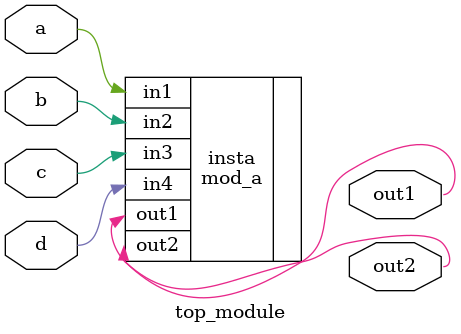
<source format=v>
module top_module ( 
    input a, 
    input b, 
    input c,
    input d,
    output out1,
    output out2
);
    mod_a insta(.in1(a),.in2(b),.in3(c),.in4(d),.out1(out1),.out2(out2));

endmodule
</source>
